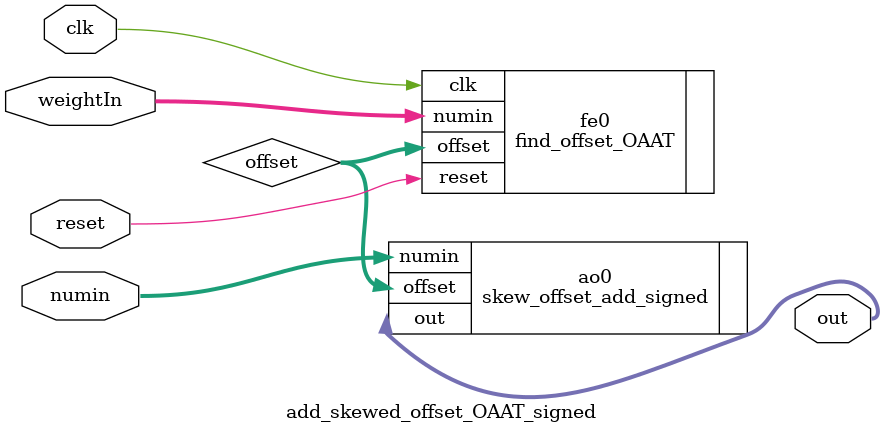
<source format=v>
module add_skewed_offset_OAAT_signed
#(parameter size_code = 5,
  parameter size_weight = 8,
  parameter size_mem = 16)
(
  input clk, reset,
  input [(size_weight-1):0] weightIn,
  input [(size_mem-1):0] numin,
  output [(size_mem-1):0] out
  );
		
	// Find Offsets
	wire [(size_weight*size_code-1):0] offset;
	find_offset_OAAT #(size_weight, size_code) fe0 (
		.clk(clk), .reset(reset), 
		.numin(weightIn), .offset(offset));

	// Add Offsets
	skew_offset_add_signed #(size_weight, size_mem, size_code) ao0 ( 
		.offset(offset), .numin(numin),
		.out(out));

endmodule

</source>
